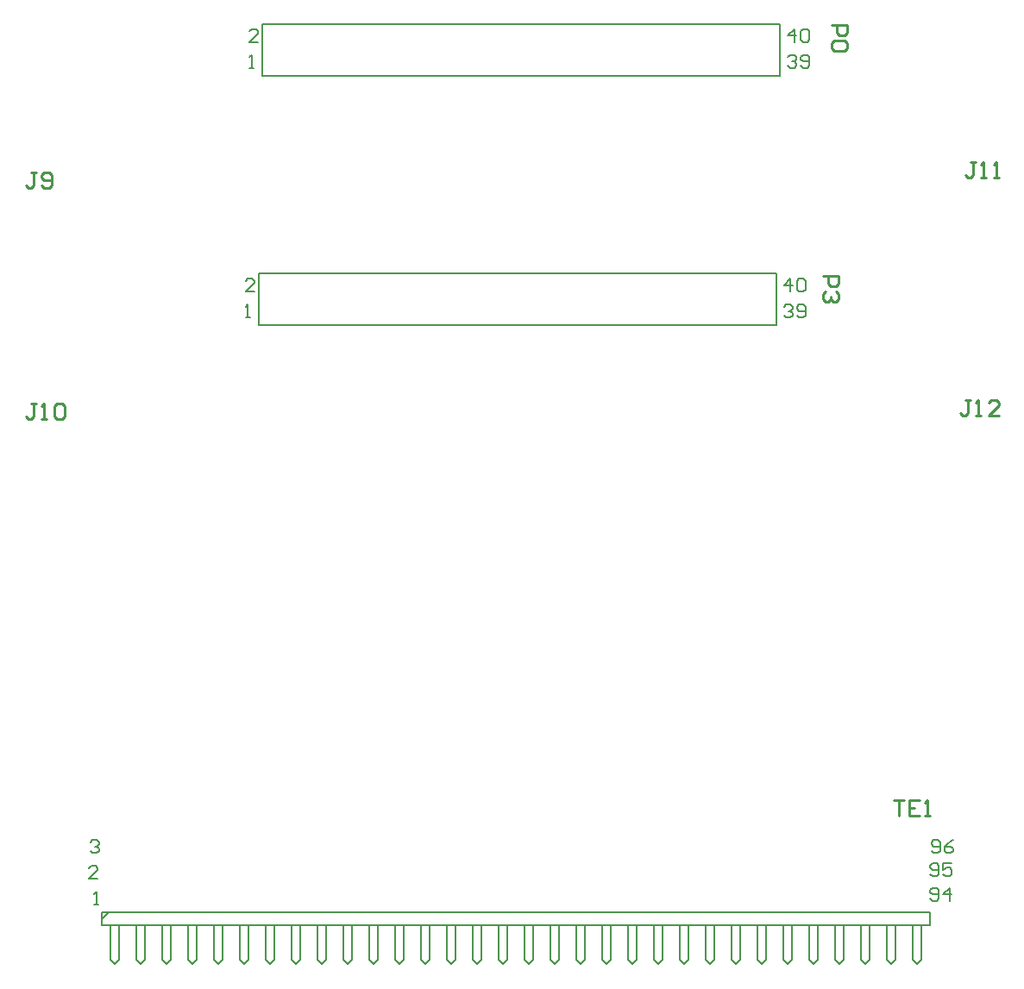
<source format=gto>
G04 Layer_Color=65535*
%FSLAX25Y25*%
%MOIN*%
G70*
G01*
G75*
%ADD13C,0.00800*%
%ADD19C,0.00787*%
%ADD20C,0.01000*%
D13*
X397500Y652500D02*
X399166D01*
X398333D01*
Y657498D01*
X397500Y656665D01*
X400832Y662500D02*
X397500D01*
X400832Y665832D01*
Y666665D01*
X399999Y667498D01*
X398333D01*
X397500Y666665D01*
X607999Y662500D02*
Y667498D01*
X605500Y664999D01*
X608832D01*
X610498Y666665D02*
X611331Y667498D01*
X612998D01*
X613831Y666665D01*
Y663333D01*
X612998Y662500D01*
X611331D01*
X610498Y663333D01*
Y666665D01*
X605500Y656665D02*
X606333Y657498D01*
X607999D01*
X608832Y656665D01*
Y655832D01*
X607999Y654999D01*
X607166D01*
X607999D01*
X608832Y654166D01*
Y653333D01*
X607999Y652500D01*
X606333D01*
X605500Y653333D01*
X610498D02*
X611331Y652500D01*
X612998D01*
X613831Y653333D01*
Y656665D01*
X612998Y657498D01*
X611331D01*
X610498Y656665D01*
Y655832D01*
X611331Y654999D01*
X613831D01*
X396000Y556000D02*
X397666D01*
X396833D01*
Y560998D01*
X396000Y560165D01*
X399332Y566000D02*
X396000D01*
X399332Y569332D01*
Y570165D01*
X398499Y570998D01*
X396833D01*
X396000Y570165D01*
X606499Y566000D02*
Y570998D01*
X604000Y568499D01*
X607332D01*
X608998Y570165D02*
X609831Y570998D01*
X611498D01*
X612331Y570165D01*
Y566833D01*
X611498Y566000D01*
X609831D01*
X608998Y566833D01*
Y570165D01*
X604000Y560165D02*
X604833Y560998D01*
X606499D01*
X607332Y560165D01*
Y559332D01*
X606499Y558499D01*
X605666D01*
X606499D01*
X607332Y557666D01*
Y556833D01*
X606499Y556000D01*
X604833D01*
X604000Y556833D01*
X608998D02*
X609831Y556000D01*
X611498D01*
X612331Y556833D01*
Y560165D01*
X611498Y560998D01*
X609831D01*
X608998Y560165D01*
Y559332D01*
X609831Y558499D01*
X612331D01*
X336000Y353165D02*
X336833Y353998D01*
X338499D01*
X339332Y353165D01*
Y352332D01*
X338499Y351499D01*
X337666D01*
X338499D01*
X339332Y350666D01*
Y349833D01*
X338499Y349000D01*
X336833D01*
X336000Y349833D01*
X660500Y340833D02*
X661333Y340000D01*
X662999D01*
X663832Y340833D01*
Y344165D01*
X662999Y344998D01*
X661333D01*
X660500Y344165D01*
Y343332D01*
X661333Y342499D01*
X663832D01*
X668831Y344998D02*
X665498D01*
Y342499D01*
X667165Y343332D01*
X667998D01*
X668831Y342499D01*
Y340833D01*
X667998Y340000D01*
X666331D01*
X665498Y340833D01*
X660500Y331333D02*
X661333Y330500D01*
X662999D01*
X663832Y331333D01*
Y334665D01*
X662999Y335498D01*
X661333D01*
X660500Y334665D01*
Y333832D01*
X661333Y332999D01*
X663832D01*
X667998Y330500D02*
Y335498D01*
X665498Y332999D01*
X668831D01*
X337500Y329000D02*
X339166D01*
X338333D01*
Y333998D01*
X337500Y333165D01*
X338832Y339000D02*
X335500D01*
X338832Y342332D01*
Y343165D01*
X337999Y343998D01*
X336333D01*
X335500Y343165D01*
X661000Y349833D02*
X661833Y349000D01*
X663499D01*
X664332Y349833D01*
Y353165D01*
X663499Y353998D01*
X661833D01*
X661000Y353165D01*
Y352332D01*
X661833Y351499D01*
X664332D01*
X669331Y353998D02*
X667664Y353165D01*
X665998Y351499D01*
Y349833D01*
X666831Y349000D01*
X668498D01*
X669331Y349833D01*
Y350666D01*
X668498Y351499D01*
X665998D01*
D19*
X402500Y649500D02*
X602500D01*
X402500Y669500D02*
X602500D01*
X402500Y649500D02*
Y669500D01*
X602500Y649500D02*
Y669500D01*
X401000Y553000D02*
X601000D01*
X401000Y573000D02*
X601000D01*
X401000Y553000D02*
Y573000D01*
X601000Y553000D02*
Y573000D01*
X657167Y307667D02*
Y321000D01*
X655500Y306000D02*
X657167Y307667D01*
X653833D02*
X655500Y306000D01*
X653833Y307667D02*
Y321000D01*
X647167Y307667D02*
Y321000D01*
X645500Y306000D02*
X647167Y307667D01*
X643833D02*
X645500Y306000D01*
X643833Y307667D02*
Y321000D01*
X637167Y307667D02*
Y321000D01*
X635500Y306000D02*
X637167Y307667D01*
X633833D02*
X635500Y306000D01*
X633833Y307667D02*
Y321000D01*
X627167Y307667D02*
Y321000D01*
X625500Y306000D02*
X627167Y307667D01*
X623833D02*
X625500Y306000D01*
X623833Y307667D02*
Y321000D01*
X617167Y307667D02*
Y321000D01*
X615500Y306000D02*
X617167Y307667D01*
X613833D02*
X615500Y306000D01*
X613833Y307667D02*
Y321000D01*
X607167Y307667D02*
Y321000D01*
X605500Y306000D02*
X607167Y307667D01*
X603833D02*
X605500Y306000D01*
X603833Y307667D02*
Y321000D01*
X597167Y307667D02*
Y321000D01*
X595500Y306000D02*
X597167Y307667D01*
X593833D02*
X595500Y306000D01*
X593833Y307667D02*
Y321000D01*
X587167Y307667D02*
Y321000D01*
X585500Y306000D02*
X587167Y307667D01*
X583833D02*
X585500Y306000D01*
X583833Y307667D02*
Y321000D01*
X577167Y307667D02*
Y321000D01*
X575500Y306000D02*
X577167Y307667D01*
X573833D02*
X575500Y306000D01*
X573833Y307667D02*
Y321000D01*
X567167Y307667D02*
Y321000D01*
X565500Y306000D02*
X567167Y307667D01*
X563833D02*
X565500Y306000D01*
X563833Y307667D02*
Y321000D01*
X557167Y307667D02*
Y321000D01*
X555500Y306000D02*
X557167Y307667D01*
X553833D02*
X555500Y306000D01*
X553833Y307667D02*
Y321000D01*
X547167Y307667D02*
Y321000D01*
X545500Y306000D02*
X547167Y307667D01*
X543833D02*
X545500Y306000D01*
X543833Y307667D02*
Y321000D01*
X340500D02*
Y326000D01*
Y321000D02*
X660500D01*
Y326000D01*
X340500Y323500D02*
X343000Y326000D01*
X343833Y307667D02*
Y321000D01*
Y307667D02*
X345500Y306000D01*
X347167Y307667D01*
Y321000D01*
X353833Y307667D02*
Y321000D01*
Y307667D02*
X355500Y306000D01*
X357167Y307667D01*
Y321000D01*
X363833Y307667D02*
Y321000D01*
Y307667D02*
X365500Y306000D01*
X367167Y307667D01*
Y321000D01*
X373833Y307667D02*
Y321000D01*
Y307667D02*
X375500Y306000D01*
X377167Y307667D01*
Y321000D01*
X383833Y307667D02*
Y321000D01*
Y307667D02*
X385500Y306000D01*
X387167Y307667D01*
Y321000D01*
X393833Y307667D02*
Y321000D01*
Y307667D02*
X395500Y306000D01*
X397167Y307667D01*
Y321000D01*
X403833Y307667D02*
Y321000D01*
Y307667D02*
X405500Y306000D01*
X407167Y307667D01*
Y321000D01*
X413833Y307667D02*
Y321000D01*
Y307667D02*
X415500Y306000D01*
X417167Y307667D01*
Y321000D01*
X423833Y307667D02*
Y321000D01*
Y307667D02*
X425500Y306000D01*
X427167Y307667D01*
Y321000D01*
X433833Y307667D02*
Y321000D01*
Y307667D02*
X435500Y306000D01*
X437167Y307667D01*
Y321000D01*
X443833Y307667D02*
Y321000D01*
Y307667D02*
X445500Y306000D01*
X447167Y307667D01*
Y321000D01*
X453833Y307667D02*
Y321000D01*
Y307667D02*
X455500Y306000D01*
X457167Y307667D01*
Y321000D01*
X463833Y307667D02*
Y321000D01*
Y307667D02*
X465500Y306000D01*
X467167Y307667D01*
Y321000D01*
X473833Y307667D02*
Y321000D01*
Y307667D02*
X475500Y306000D01*
X477167Y307667D01*
Y321000D01*
X483833Y307667D02*
Y321000D01*
Y307667D02*
X485500Y306000D01*
X487167Y307667D01*
Y321000D01*
X493833Y307667D02*
Y321000D01*
Y307667D02*
X495500Y306000D01*
X497167Y307667D01*
Y321000D01*
X503833Y307667D02*
Y321000D01*
Y307667D02*
X505500Y306000D01*
X507167Y307667D01*
Y321000D01*
X513833Y307667D02*
Y321000D01*
Y307667D02*
X515500Y306000D01*
X517167Y307667D01*
Y321000D01*
X523833Y307667D02*
Y321000D01*
Y307667D02*
X525500Y306000D01*
X527167Y307667D01*
Y321000D01*
X533833Y307667D02*
Y321000D01*
Y307667D02*
X535500Y306000D01*
X537167Y307667D01*
Y321000D01*
X340500Y326000D02*
X660500D01*
D20*
X675999Y523998D02*
X673999D01*
X674999D01*
Y519000D01*
X673999Y518000D01*
X673000D01*
X672000Y519000D01*
X677998Y518000D02*
X679997D01*
X678998D01*
Y523998D01*
X677998Y522998D01*
X686995Y518000D02*
X682996D01*
X686995Y521999D01*
Y522998D01*
X685995Y523998D01*
X683996D01*
X682996Y522998D01*
X315049Y612326D02*
X313049D01*
X314049D01*
Y607328D01*
X313049Y606328D01*
X312050D01*
X311050Y607328D01*
X317048D02*
X318048Y606328D01*
X320047D01*
X321047Y607328D01*
Y611326D01*
X320047Y612326D01*
X318048D01*
X317048Y611326D01*
Y610327D01*
X318048Y609327D01*
X321047D01*
X677999Y615998D02*
X675999D01*
X676999D01*
Y611000D01*
X675999Y610000D01*
X675000D01*
X674000Y611000D01*
X679998Y610000D02*
X681997D01*
X680998D01*
Y615998D01*
X679998Y614998D01*
X684996Y610000D02*
X686996D01*
X685996D01*
Y615998D01*
X684996Y614998D01*
X315049Y522948D02*
X313049D01*
X314049D01*
Y517950D01*
X313049Y516950D01*
X312050D01*
X311050Y517950D01*
X317048Y516950D02*
X319047D01*
X318048D01*
Y522948D01*
X317048Y521948D01*
X322046D02*
X323046Y522948D01*
X325045D01*
X326045Y521948D01*
Y517950D01*
X325045Y516950D01*
X323046D01*
X322046Y517950D01*
Y521948D01*
X622500Y669000D02*
X628498D01*
Y666001D01*
X627498Y665001D01*
X625499D01*
X624499Y666001D01*
Y669000D01*
X627498Y663002D02*
X628498Y662002D01*
Y660003D01*
X627498Y659003D01*
X623500D01*
X622500Y660003D01*
Y662002D01*
X623500Y663002D01*
X627498D01*
X619000Y572000D02*
X624998D01*
Y569001D01*
X623998Y568001D01*
X621999D01*
X620999Y569001D01*
Y572000D01*
X623998Y566002D02*
X624998Y565002D01*
Y563003D01*
X623998Y562003D01*
X622999D01*
X621999Y563003D01*
Y564003D01*
Y563003D01*
X620999Y562003D01*
X620000D01*
X619000Y563003D01*
Y565002D01*
X620000Y566002D01*
X646500Y369498D02*
X650499D01*
X648499D01*
Y363500D01*
X656497Y369498D02*
X652498D01*
Y363500D01*
X656497D01*
X652498Y366499D02*
X654497D01*
X658496Y363500D02*
X660496D01*
X659496D01*
Y369498D01*
X658496Y368498D01*
M02*

</source>
